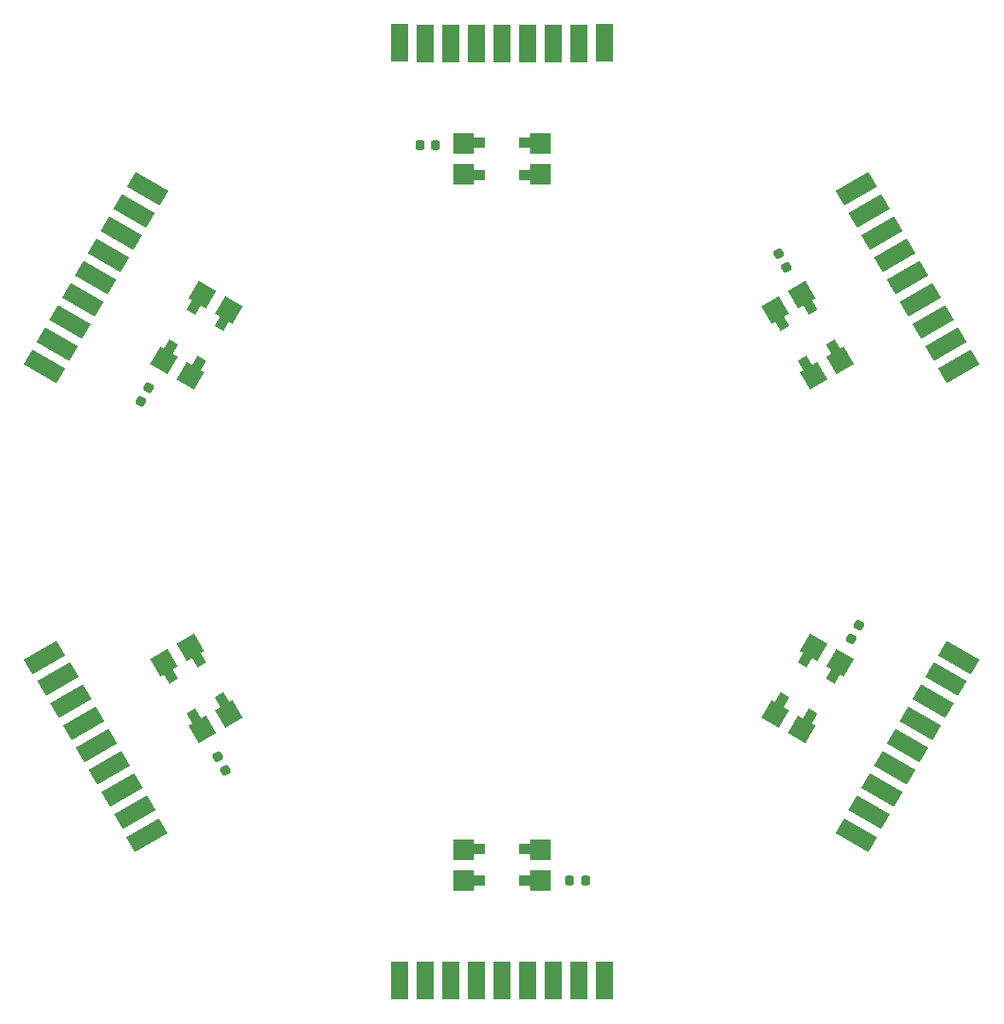
<source format=gbr>
%TF.GenerationSoftware,KiCad,Pcbnew,(6.0.2)*%
%TF.CreationDate,2022-06-07T19:59:40+02:00*%
%TF.ProjectId,cup_sense,6375705f-7365-46e7-9365-2e6b69636164,rev?*%
%TF.SameCoordinates,Original*%
%TF.FileFunction,Paste,Top*%
%TF.FilePolarity,Positive*%
%FSLAX46Y46*%
G04 Gerber Fmt 4.6, Leading zero omitted, Abs format (unit mm)*
G04 Created by KiCad (PCBNEW (6.0.2)) date 2022-06-07 19:59:40*
%MOMM*%
%LPD*%
G01*
G04 APERTURE LIST*
G04 Aperture macros list*
%AMRoundRect*
0 Rectangle with rounded corners*
0 $1 Rounding radius*
0 $2 $3 $4 $5 $6 $7 $8 $9 X,Y pos of 4 corners*
0 Add a 4 corners polygon primitive as box body*
4,1,4,$2,$3,$4,$5,$6,$7,$8,$9,$2,$3,0*
0 Add four circle primitives for the rounded corners*
1,1,$1+$1,$2,$3*
1,1,$1+$1,$4,$5*
1,1,$1+$1,$6,$7*
1,1,$1+$1,$8,$9*
0 Add four rect primitives between the rounded corners*
20,1,$1+$1,$2,$3,$4,$5,0*
20,1,$1+$1,$4,$5,$6,$7,0*
20,1,$1+$1,$6,$7,$8,$9,0*
20,1,$1+$1,$8,$9,$2,$3,0*%
%AMRotRect*
0 Rectangle, with rotation*
0 The origin of the aperture is its center*
0 $1 length*
0 $2 width*
0 $3 Rotation angle, in degrees counterclockwise*
0 Add horizontal line*
21,1,$1,$2,0,0,$3*%
G04 Aperture macros list end*
%ADD10RoundRect,0.225000X-0.329006X0.069856X-0.104006X-0.319856X0.329006X-0.069856X0.104006X0.319856X0*%
%ADD11RotRect,3.750000X1.700000X210.000000*%
%ADD12R,1.700000X3.750000*%
%ADD13R,1.500000X1.000000*%
%ADD14R,2.000000X2.000000*%
%ADD15RoundRect,0.225000X0.104006X-0.319856X0.329006X0.069856X-0.104006X0.319856X-0.329006X-0.069856X0*%
%ADD16RoundRect,0.225000X-0.104006X0.319856X-0.329006X-0.069856X0.104006X-0.319856X0.329006X0.069856X0*%
%ADD17RotRect,3.750000X1.700000X330.000000*%
%ADD18RotRect,2.000000X2.000000X60.000000*%
%ADD19RotRect,1.500000X1.000000X60.000000*%
%ADD20RoundRect,0.225000X0.225000X0.250000X-0.225000X0.250000X-0.225000X-0.250000X0.225000X-0.250000X0*%
%ADD21RotRect,2.000000X2.000000X120.000000*%
%ADD22RotRect,1.500000X1.000000X120.000000*%
%ADD23RotRect,1.500000X1.000000X300.000000*%
%ADD24RotRect,2.000000X2.000000X300.000000*%
%ADD25RoundRect,0.225000X-0.225000X-0.250000X0.225000X-0.250000X0.225000X0.250000X-0.225000X0.250000X0*%
%ADD26RoundRect,0.225000X0.329006X-0.069856X0.104006X0.319856X-0.329006X0.069856X-0.104006X-0.319856X0*%
%ADD27RotRect,2.000000X2.000000X240.000000*%
%ADD28RotRect,1.500000X1.000000X240.000000*%
G04 APERTURE END LIST*
D10*
%TO.C,C4*%
X27418999Y25599340D03*
X28193999Y24257000D03*
%TD*%
D11*
%TO.C,J4*%
X45301684Y14423182D03*
X44073253Y16646886D03*
X42803253Y18846591D03*
X41533253Y21046295D03*
X40263253Y23246000D03*
X38993253Y25445705D03*
X37723253Y27645409D03*
X36453253Y29845114D03*
X35183253Y32044818D03*
%TD*%
D12*
%TO.C,J1*%
X-10160000Y46492000D03*
X-7620000Y46444000D03*
X-5080000Y46444000D03*
X-2540000Y46444000D03*
X0Y46444000D03*
X2540000Y46444000D03*
X5080000Y46444000D03*
X7620000Y46444000D03*
X10160000Y46492000D03*
%TD*%
D13*
%TO.C,D2*%
X2450000Y-36600000D03*
D14*
X3810000Y-36524000D03*
D13*
X2450000Y-33400000D03*
D14*
X3810000Y-33476000D03*
D13*
X-2450000Y-33400000D03*
D14*
X-3810000Y-33476000D03*
D13*
X-2450000Y-36600000D03*
D14*
X-3810000Y-36524000D03*
%TD*%
D11*
%TO.C,J6*%
X-35183253Y-32044818D03*
X-36411684Y-29821114D03*
X-37681684Y-27621409D03*
X-38951684Y-25421705D03*
X-40221684Y-23222000D03*
X-41491684Y-21022295D03*
X-42761684Y-18822591D03*
X-44031684Y-16622886D03*
X-45343253Y-14447182D03*
%TD*%
D15*
%TO.C,C7*%
X-35820500Y10976660D03*
X-35045500Y12319000D03*
%TD*%
D16*
%TO.C,C8*%
X35439499Y-11266830D03*
X34664499Y-12609170D03*
%TD*%
D17*
%TO.C,J5*%
X-35141684Y32020818D03*
X-36453253Y29845114D03*
X-37723253Y27645409D03*
X-38993253Y25445705D03*
X-40263253Y23246000D03*
X-41533253Y21046295D03*
X-42803253Y18846591D03*
X-44073253Y16646886D03*
X-45343253Y14447182D03*
%TD*%
D18*
%TO.C,D7*%
X-33535712Y14962443D03*
D19*
X-32921530Y16178238D03*
D18*
X-30896066Y13438443D03*
D19*
X-30150248Y14578238D03*
D18*
X-27086066Y20037557D03*
D19*
X-27700248Y18821762D03*
D18*
X-29725712Y21561557D03*
D19*
X-30471530Y20421762D03*
%TD*%
D20*
%TO.C,C3*%
X8268000Y-36576000D03*
X6718000Y-36576000D03*
%TD*%
D12*
%TO.C,J3*%
X-10160000Y-46444000D03*
X-7620000Y-46492000D03*
X-5080000Y-46492000D03*
X-2540000Y-46492000D03*
X0Y-46492000D03*
X2540000Y-46492000D03*
X5080000Y-46492000D03*
X7620000Y-46492000D03*
X10160000Y-46492000D03*
%TD*%
D13*
%TO.C,D6*%
X-2450000Y36600000D03*
D14*
X-3810000Y36524000D03*
D13*
X-2450000Y33400000D03*
D14*
X-3810000Y33476000D03*
D13*
X2450000Y33400000D03*
D14*
X3810000Y33476000D03*
X3810000Y36524000D03*
D13*
X2450000Y36600000D03*
%TD*%
D21*
%TO.C,D1*%
X-29725712Y-21561557D03*
D22*
X-30471530Y-20421762D03*
D21*
X-27086066Y-20037557D03*
D22*
X-27700248Y-18821762D03*
D21*
X-30896066Y-13438443D03*
D22*
X-30150248Y-14578238D03*
X-32921530Y-16178238D03*
D21*
X-33535712Y-14962443D03*
%TD*%
D23*
%TO.C,D5*%
X30471530Y20421762D03*
D24*
X29725712Y21561557D03*
X27086066Y20037557D03*
D23*
X27700248Y18821762D03*
X30150248Y14578238D03*
D24*
X30896066Y13438443D03*
X33535712Y14962443D03*
D23*
X32921530Y16178238D03*
%TD*%
D25*
%TO.C,C5*%
X-8153999Y36322000D03*
X-6603999Y36322000D03*
%TD*%
D17*
%TO.C,J2*%
X45343253Y-14447182D03*
X44031684Y-16622886D03*
X42761684Y-18822591D03*
X41491684Y-21022295D03*
X40221684Y-23222000D03*
X38951684Y-25421705D03*
X37681684Y-27621409D03*
X36411684Y-29821114D03*
X35183253Y-32044818D03*
%TD*%
D26*
%TO.C,C6*%
X-27418999Y-25599340D03*
X-28193999Y-24257000D03*
%TD*%
D27*
%TO.C,D3*%
X33535712Y-14962443D03*
D28*
X32921530Y-16178238D03*
X30150248Y-14578238D03*
D27*
X30896066Y-13438443D03*
D28*
X27700248Y-18821762D03*
D27*
X27086066Y-20037557D03*
X29725712Y-21561557D03*
D28*
X30471530Y-20421762D03*
%TD*%
M02*

</source>
